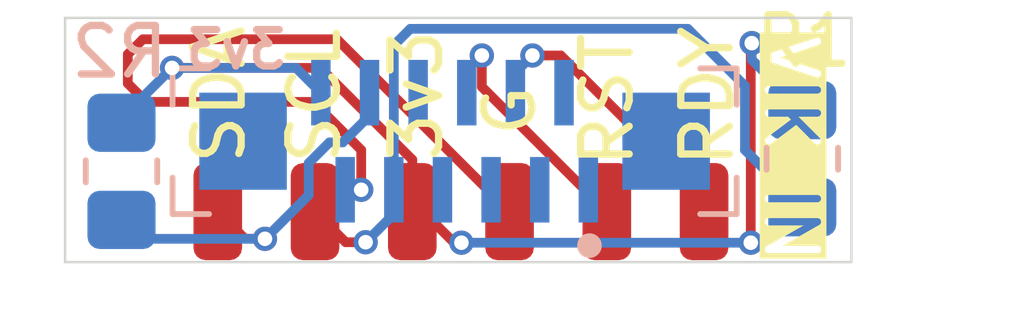
<source format=kicad_pcb>
(kicad_pcb (version 20221018) (generator pcbnew)
  (layers (0 "F.Cu" signal) (31 "B.Cu" signal) (34 "B.Paste" user) (35 "F.Paste" user) (36 "B.SilkS" user "B.Silkscreen") (37 "F.SilkS" user "F.Silkscreen") (38 "B.Mask" user) (39 "F.Mask" user) (44 "Edge.Cuts" user))
  (net 0 "")
  (net 1 "GND")
  (net 2 "+5V")
  (net 3 "rgb_led_in")
  (net 4 "GPIO_AD2")
  (net 5 "SDA")
  (net 6 "SCL")
  (net 7 "+3V3")
  (net 8 "MOSI")
  (net 9 "SPI_CS")
  (net 10 "MISO")
  (net 11 "SCLK")
  (net 12 "GPIO_AD1")
  (footprint "fingerpunch:Pad_06_2.00mm" (layer "F.Cu") (at 175.38 108.05 180)
    (fp_text reference "J2" hide)
    (fp_text value "Conn_01x06_Socket")
    (pad "1" smd roundrect (at -5 0 180) (size 1 2) (layers "F.Cu" "F.Paste" "F.Mask") (net 4 "GPIO_AD2"))
    (pad "2" smd roundrect (at -3 0 180) (size 1 2) (layers "F.Cu" "F.Paste" "F.Mask") (net 12 "GPIO_AD1"))
    (pad "3" smd roundrect (at -1 0 180) (size 1 2) (layers "F.Cu" "F.Paste" "F.Mask") (net 1 "GND"))
    (pad "4" smd roundrect (at 1 0 180) (size 1 2) (layers "F.Cu" "F.Paste" "F.Mask") (net 7 "+3V3"))
    (pad "5" smd roundrect (at 3 0 180) (size 1 2) (layers "F.Cu" "F.Paste" "F.Mask") (net 6 "SCL"))
    (pad "6" smd roundrect (at 5 0 180) (size 1 2) (layers "F.Cu" "F.Paste" "F.Mask") (net 5 "SDA"))
  )
  (footprint "Resistor_SMD:R_0805_2012Metric_Pad1.20x1.40mm_HandSolder" (layer "B.Cu") (at 182.4 106.96 90)
    (fp_text reference "R1" (at 2.42 0.03) (layer "F.SilkS"))
    (fp_text value "4.7k")
    (fp_line (start -0.227064 -0.735) (end 0.227064 -0.735) (stroke (width 0.12)) (layer "B.SilkS"))
    (fp_line (start -0.227064 0.735) (end 0.227064 0.735) (stroke (width 0.12)) (layer "B.SilkS"))
    (pad "1" smd roundrect (at -1 0 90) (size 1.2 1.4) (layers "B.Cu" "B.Paste" "B.Mask") (roundrect_rratio 0.2083333333) (net 6 "SCL"))
    (pad "2" smd roundrect (at 1 0 90) (size 1.2 1.4) (layers "B.Cu" "B.Paste" "B.Mask") (roundrect_rratio 0.2083333333) (net 7 "+3V3"))
  )
  (footprint "Resistor_SMD:R_0805_2012Metric_Pad1.20x1.40mm_HandSolder" (layer "B.Cu") (at 168.4 107.22 90)
    (fp_text reference "R2" (at 2.46 -0.04) (layer "B.SilkS") (effects (justify mirror)))
    (fp_text value "4.7k")
    (fp_line (start -0.227064 -0.735) (end 0.227064 -0.735) (stroke (width 0.12)) (layer "B.SilkS"))
    (fp_line (start -0.227064 0.735) (end 0.227064 0.735) (stroke (width 0.12)) (layer "B.SilkS"))
    (pad "1" smd roundrect (at -1 0 90) (size 1.2 1.4) (layers "B.Cu" "B.Paste" "B.Mask") (roundrect_rratio 0.2083333333) (net 5 "SDA"))
    (pad "2" smd roundrect (at 1 0 90) (size 1.2 1.4) (layers "B.Cu" "B.Paste" "B.Mask") (roundrect_rratio 0.2083333333) (net 7 "+3V3"))
  )
  (footprint "vik:vik-module-connector-vertical" (layer "B.Cu") (at 175.25 106.6 180)
    (fp_text reference "J1" hide)
    (fp_text value "~")
    (fp_text user "3v3" (at 3.4 1.45 unlocked) (layer "B.SilkS") (effects (font (size 0.75 0.75)) (justify left bottom mirror)))
    (fp_text user "VIK IN" (at -6.33 2.25 270 unlocked) (layer "F.SilkS" knockout) (effects (justify left bottom)))
    (fp_line (start -5.8 -1.5) (end -5.8 -0.75) (stroke (width 0.12)) (layer "B.SilkS"))
    (fp_line (start -5.8 -1.5) (end -5.05 -1.5) (stroke (width 0.12)) (layer "B.SilkS"))
    (fp_line (start -5.8 1.5) (end -5.8 0.75) (stroke (width 0.12)) (layer "B.SilkS"))
    (fp_line (start -5.8 1.5) (end -5.05 1.5) (stroke (width 0.12)) (layer "B.SilkS"))
    (fp_line (start 5.8 -1.5) (end 5.05 -1.5) (stroke (width 0.12)) (layer "B.SilkS"))
    (fp_line (start 5.8 -1.5) (end 5.8 -0.75) (stroke (width 0.12)) (layer "B.SilkS"))
    (fp_line (start 5.8 1.5) (end 5.05 1.5) (stroke (width 0.12)) (layer "B.SilkS"))
    (fp_line (start 5.8 1.5) (end 5.8 0.75) (stroke (width 0.12)) (layer "B.SilkS"))
    (fp_circle (center -2.773 -2.15) (end -2.646 -2.15) (stroke (width 0.254)) (fill none) (layer "B.SilkS"))
    (pad "" smd rect (at -4.35 0 180) (size 1.8 2) (layers "B.Cu" "B.Paste" "B.Mask"))
    (pad "" smd rect (at 4.35 0 180) (size 1.8 2) (layers "B.Cu" "B.Paste" "B.Mask"))
    (pad "1" smd rect (at -2.75 -1 180) (size 0.4 1.35) (layers "B.Cu" "B.Paste" "B.Mask") (net 11 "SCLK"))
    (pad "2" smd rect (at -2.25 1 180) (size 0.4 1.35) (layers "B.Cu" "B.Paste" "B.Mask") (net 10 "MISO"))
    (pad "3" smd rect (at -1.75 -1 180) (size 0.4 1.35) (layers "B.Cu" "B.Paste" "B.Mask") (net 9 "SPI_CS"))
    (pad "4" smd rect (at -1.25 1 180) (size 0.4 1.35) (layers "B.Cu" "B.Paste" "B.Mask") (net 4 "GPIO_AD2"))
    (pad "5" smd rect (at -0.75 -1 180) (size 0.4 1.35) (layers "B.Cu" "B.Paste" "B.Mask") (net 8 "MOSI"))
    (pad "6" smd rect (at -0.25 1 180) (size 0.4 1.35) (layers "B.Cu" "B.Paste" "B.Mask") (net 12 "GPIO_AD1"))
    (pad "7" smd rect (at 0.25 -1 180) (size 0.4 1.35) (layers "B.Cu" "B.Paste" "B.Mask") (net 2 "+5V"))
    (pad "8" smd rect (at 0.75 1 180) (size 0.4 1.35) (layers "B.Cu" "B.Paste" "B.Mask") (net 3 "rgb_led_in"))
    (pad "9" smd rect (at 1.25 -1 180) (size 0.4 1.35) (layers "B.Cu" "B.Paste" "B.Mask") (net 6 "SCL"))
    (pad "10" smd rect (at 1.75 1 180) (size 0.4 1.35) (layers "B.Cu" "B.Paste" "B.Mask") (net 5 "SDA"))
    (pad "11" smd rect (at 2.25 -1 180) (size 0.4 1.35) (layers "B.Cu" "B.Paste" "B.Mask") (net 1 "GND"))
    (pad "12" smd rect (at 2.75 1 180) (size 0.4 1.35) (layers "B.Cu" "B.Paste" "B.Mask") (net 7 "+3V3"))
  )
  (gr_line (start 167.24 109.09) (end 183.41 109.09) (stroke (width 0.05)) (layer "Edge.Cuts"))
  (gr_line (start 167.24 104.06) (end 167.24 109.09) (stroke (width 0.05)) (layer "Edge.Cuts"))
  (gr_line (start 167.24 104.06) (end 183.41 104.06) (stroke (width 0.05)) (layer "Edge.Cuts"))
  (gr_line (start 183.41 104.06) (end 183.41 109.09) (stroke (width 0.05)) (layer "Edge.Cuts"))
  (gr_text "RDY" (at 181.03 107.2 90) (layer "F.SilkS") (effects (font (size 1 1)) (justify left bottom)))
  (gr_text "SDA" (at 170.99 107.14 90) (layer "F.SilkS") (effects (font (size 1 1)) (justify left bottom)))
  (gr_text "SCL" (at 172.95 107.14 90) (layer "F.SilkS") (effects (font (size 1 1)) (justify left bottom)))
  (gr_text "G" (at 176.97 106.57 90) (layer "F.SilkS") (effects (font (size 1 1)) (justify left bottom)))
  (gr_text "RST" (at 178.97 107.2 90) (layer "F.SilkS") (effects (font (size 1 1)) (justify left bottom)))
  (gr_text "3v3" (at 175.05 107.09 90) (layer "F.SilkS") (effects (font (size 1 1)) (justify left bottom)))
  (segment (start 173.3295 106.7795) (end 172.34 105.79) (width 0.2) (layer "F.Cu") (net 1))
  (segment (start 172.34 105.79) (end 168.91 105.79) (width 0.2) (layer "F.Cu") (net 1))
  (segment (start 173.3295 107.6) (end 173.3295 106.7795) (width 0.2) (layer "F.Cu") (net 1))
  (segment (start 168.53 105.41) (end 168.53 104.81) (width 0.2) (layer "F.Cu") (net 1))
  (segment (start 168.91 105.79) (end 168.53 105.41) (width 0.2) (layer "F.Cu") (net 1))
  (segment (start 172.83 104.5) (end 176.38 108.05) (width 0.2) (layer "F.Cu") (net 1))
  (segment (start 168.53 104.81) (end 168.84 104.5) (width 0.2) (layer "F.Cu") (net 1))
  (segment (start 168.84 104.5) (end 172.83 104.5) (width 0.2) (layer "F.Cu") (net 1))
  (via (at 173.3295 107.6) (size 0.5) (drill 0.3) (layers "F.Cu" "B.Cu") (net 1))
  (segment (start 173.3295 107.6) (end 173 107.6) (width 0.2) (layer "B.Cu") (net 1))
  (segment (start 177.4345 104.8345) (end 180.38 107.78) (width 0.2) (layer "F.Cu") (net 4))
  (segment (start 176.85 104.8345) (end 177.4345 104.8345) (width 0.2) (layer "F.Cu") (net 4))
  (segment (start 180.38 107.78) (end 180.38 108.05) (width 0.2) (layer "F.Cu") (net 4))
  (via (at 176.85 104.8345) (size 0.5) (drill 0.3) (layers "F.Cu" "B.Cu") (net 4))
  (segment (start 176.5 105.6) (end 176.5 105.1845) (width 0.2) (layer "B.Cu") (net 4))
  (segment (start 176.5 105.1845) (end 176.85 104.8345) (width 0.2) (layer "B.Cu") (net 4))
  (segment (start 171.35 108.61) (end 170.94 108.61) (width 0.2) (layer "F.Cu") (net 5))
  (segment (start 170.94 108.61) (end 170.38 108.05) (width 0.2) (layer "F.Cu") (net 5))
  (via (at 171.35 108.61) (size 0.5) (drill 0.3) (layers "F.Cu" "B.Cu") (net 5))
  (segment (start 172.25 107.52) (end 172.25 107.71) (width 0.2) (layer "B.Cu") (net 5))
  (segment (start 172.25 107.05) (end 172.25 107.52) (width 0.2) (layer "B.Cu") (net 5))
  (segment (start 172.25 107.71) (end 171.35 108.61) (width 0.2) (layer "B.Cu") (net 5))
  (segment (start 173.5 106.075) (end 172.95 106.625) (width 0.2) (layer "B.Cu") (net 5))
  (segment (start 171.35 108.61) (end 168.79 108.61) (width 0.2) (layer "B.Cu") (net 5))
  (segment (start 172.95 106.625) (end 172.675 106.625) (width 0.2) (layer "B.Cu") (net 5))
  (segment (start 168.79 108.61) (end 168.4 108.22) (width 0.2) (layer "B.Cu") (net 5))
  (segment (start 173.5 105.6) (end 173.5 106.075) (width 0.2) (layer "B.Cu") (net 5))
  (segment (start 172.675 106.625) (end 172.25 107.05) (width 0.2) (layer "B.Cu") (net 5))
  (segment (start 173.42 108.68) (end 173.01 108.68) (width 0.2) (layer "F.Cu") (net 6))
  (segment (start 173.01 108.68) (end 172.38 108.05) (width 0.2) (layer "F.Cu") (net 6))
  (via (at 173.42 108.68) (size 0.5) (drill 0.3) (layers "F.Cu" "B.Cu") (net 6))
  (segment (start 180.045 104.285) (end 181.22 105.46) (width 0.2) (layer "B.Cu") (net 6))
  (segment (start 174.34 104.285) (end 180.045 104.285) (width 0.2) (layer "B.Cu") (net 6))
  (segment (start 174 107.6) (end 174 104.625) (width 0.2) (layer "B.Cu") (net 6))
  (segment (start 174 104.625) (end 174.34 104.285) (width 0.2) (layer "B.Cu") (net 6))
  (segment (start 181.22 106.78) (end 182.4 107.96) (width 0.2) (layer "B.Cu") (net 6))
  (segment (start 174 107.6) (end 174 108.1) (width 0.2) (layer "B.Cu") (net 6))
  (segment (start 174 108.1) (end 173.42 108.68) (width 0.2) (layer "B.Cu") (net 6))
  (segment (start 181.22 105.46) (end 181.22 106.78) (width 0.2) (layer "B.Cu") (net 6))
  (segment (start 181.34 108.7) (end 181.34 104.6) (width 0.2) (layer "F.Cu") (net 7))
  (segment (start 181.34 104.6) (end 181.36 104.58) (width 0.2) (layer "F.Cu") (net 7))
  (segment (start 172.49 105.09) (end 174.38 106.98) (width 0.2) (layer "F.Cu") (net 7))
  (segment (start 174.6 108.05) (end 175.24 108.69) (width 0.2) (layer "F.Cu") (net 7))
  (segment (start 169.44 105.09) (end 172.49 105.09) (width 0.2) (layer "F.Cu") (net 7))
  (segment (start 174.38 106.98) (end 174.38 108.05) (width 0.2) (layer "F.Cu") (net 7))
  (segment (start 174.38 108.05) (end 174.6 108.05) (width 0.2) (layer "F.Cu") (net 7))
  (via (at 169.44 105.09) (size 0.5) (drill 0.3) (layers "F.Cu" "B.Cu") (net 7))
  (via (at 181.36 104.58) (size 0.5) (drill 0.3) (layers "F.Cu" "B.Cu") (net 7))
  (via (at 181.34 108.69) (size 0.5) (drill 0.3) (layers "F.Cu" "B.Cu") (net 7))
  (via (at 175.39 108.69) (size 0.5) (drill 0.3) (layers "F.Cu" "B.Cu") (net 7))
  (segment (start 168.4 106.22) (end 168.4 106.13) (width 0.2) (layer "B.Cu") (net 7))
  (segment (start 168.4 106.13) (end 169.44 105.09) (width 0.2) (layer "B.Cu") (net 7))
  (segment (start 181.33 108.69) (end 181.34 108.7) (width 0.2) (layer "B.Cu") (net 7))
  (segment (start 172.5 105.6) (end 171.99 105.09) (width 0.2) (layer "B.Cu") (net 7))
  (segment (start 181.36 104.58) (end 181.36 104.92) (width 0.2) (layer "B.Cu") (net 7))
  (segment (start 171.99 105.09) (end 169.44 105.09) (width 0.2) (layer "B.Cu") (net 7))
  (segment (start 181.36 104.92) (end 182.4 105.96) (width 0.2) (layer "B.Cu") (net 7))
  (segment (start 175.39 108.69) (end 181.33 108.69) (width 0.2) (layer "B.Cu") (net 7))
  (segment (start 175.81 105.48) (end 178.38 108.05) (width 0.2) (layer "F.Cu") (net 12))
  (segment (start 175.81 104.8345) (end 175.81 105.48) (width 0.2) (layer "F.Cu") (net 12))
  (via (at 175.81 104.8345) (size 0.5) (drill 0.3) (layers "F.Cu" "B.Cu") (net 12))
  (segment (start 175.5 105.1445) (end 175.81 104.8345) (width 0.2) (layer "B.Cu") (net 12))
  (segment (start 175.5 105.6) (end 175.5 105.1445) (width 0.2) (layer "B.Cu") (net 12))
)
</source>
